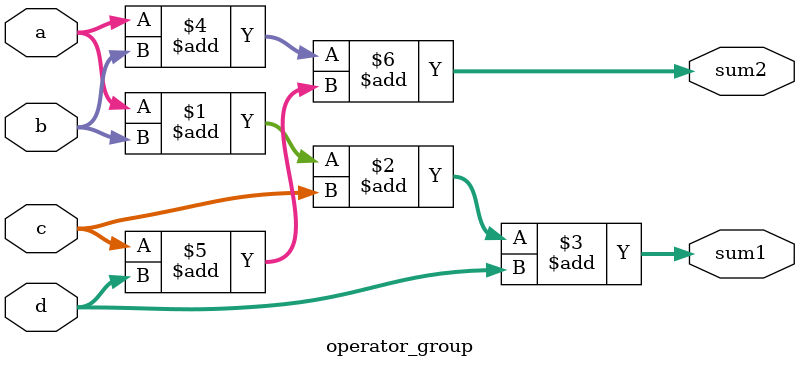
<source format=v>
module operator_group (sum1, sum2, a, b, c, d);
  output 	[4: 0]	sum1, sum2;
  input 	[3: 0] 	a, b, c, d;
  

  assign sum1 = a + b + c + d;
  assign sum2 = (a + b) + (c + d);

endmodule


</source>
